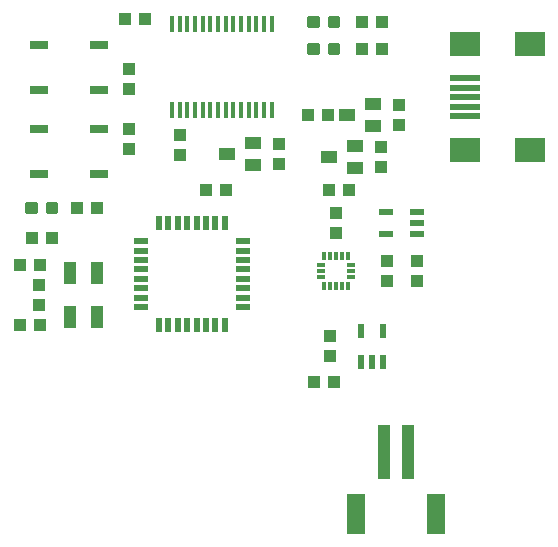
<source format=gtp>
G75*
%MOIN*%
%OFA0B0*%
%FSLAX24Y24*%
%IPPOS*%
%LPD*%
%AMOC8*
5,1,8,0,0,1.08239X$1,22.5*
%
%ADD10R,0.0500X0.0220*%
%ADD11R,0.0220X0.0500*%
%ADD12R,0.0315X0.0118*%
%ADD13R,0.0118X0.0315*%
%ADD14R,0.0394X0.0433*%
%ADD15R,0.0433X0.0394*%
%ADD16R,0.0600X0.0300*%
%ADD17C,0.0118*%
%ADD18R,0.0433X0.0748*%
%ADD19R,0.0551X0.0394*%
%ADD20R,0.0472X0.0217*%
%ADD21R,0.0217X0.0472*%
%ADD22R,0.0394X0.1811*%
%ADD23R,0.0630X0.1339*%
%ADD24R,0.0984X0.0197*%
%ADD25R,0.0984X0.0787*%
%ADD26R,0.0137X0.0550*%
D10*
X005910Y008498D03*
X005910Y008813D03*
X005910Y009128D03*
X005910Y009443D03*
X005910Y009757D03*
X005910Y010072D03*
X005910Y010387D03*
X005910Y010702D03*
X009290Y010702D03*
X009290Y010387D03*
X009290Y010072D03*
X009290Y009757D03*
X009290Y009443D03*
X009290Y009128D03*
X009290Y008813D03*
X009290Y008498D03*
D11*
X008702Y007910D03*
X008387Y007910D03*
X008072Y007910D03*
X007757Y007910D03*
X007443Y007910D03*
X007128Y007910D03*
X006813Y007910D03*
X006498Y007910D03*
X006498Y011290D03*
X006813Y011290D03*
X007128Y011290D03*
X007443Y011290D03*
X007757Y011290D03*
X008072Y011290D03*
X008387Y011290D03*
X008702Y011290D03*
D12*
X011898Y009897D03*
X011898Y009700D03*
X011898Y009503D03*
X012902Y009503D03*
X012902Y009700D03*
X012902Y009897D03*
D13*
X012794Y010202D03*
X012597Y010202D03*
X012400Y010202D03*
X012203Y010202D03*
X012006Y010202D03*
X012006Y009198D03*
X012203Y009198D03*
X012400Y009198D03*
X012597Y009198D03*
X012794Y009198D03*
D14*
X014100Y009365D03*
X014100Y010035D03*
X015100Y010035D03*
X015100Y009365D03*
X012400Y010965D03*
X012400Y011635D03*
X013900Y013165D03*
X013900Y013835D03*
X014500Y014565D03*
X014500Y015235D03*
X010500Y013935D03*
X010500Y013265D03*
X007200Y013565D03*
X007200Y014235D03*
X005500Y014435D03*
X005500Y013765D03*
X005500Y015765D03*
X005500Y016435D03*
X002500Y009235D03*
X002500Y008565D03*
X012200Y007535D03*
X012200Y006865D03*
D15*
X001865Y007900D03*
X002535Y007900D03*
X002535Y009900D03*
X001865Y009900D03*
X002265Y010800D03*
X002935Y010800D03*
X003765Y011800D03*
X004435Y011800D03*
X008065Y012400D03*
X008735Y012400D03*
X011465Y014900D03*
X012135Y014900D03*
X013265Y017100D03*
X013935Y017100D03*
X013935Y018000D03*
X013265Y018000D03*
X012835Y012400D03*
X012165Y012400D03*
X006035Y018100D03*
X005365Y018100D03*
X011665Y006000D03*
X012335Y006000D03*
D16*
X004500Y012950D03*
X004500Y014450D03*
X004500Y015750D03*
X004500Y017250D03*
X002500Y017250D03*
X002500Y015750D03*
X002500Y014450D03*
X002500Y012950D03*
D17*
X002393Y011938D02*
X002393Y011662D01*
X002117Y011662D01*
X002117Y011938D01*
X002393Y011938D01*
X002393Y011779D02*
X002117Y011779D01*
X002117Y011896D02*
X002393Y011896D01*
X003083Y011938D02*
X003083Y011662D01*
X002807Y011662D01*
X002807Y011938D01*
X003083Y011938D01*
X003083Y011779D02*
X002807Y011779D01*
X002807Y011896D02*
X003083Y011896D01*
X011793Y016962D02*
X011793Y017238D01*
X011793Y016962D02*
X011517Y016962D01*
X011517Y017238D01*
X011793Y017238D01*
X011793Y017079D02*
X011517Y017079D01*
X011517Y017196D02*
X011793Y017196D01*
X012483Y017238D02*
X012483Y016962D01*
X012207Y016962D01*
X012207Y017238D01*
X012483Y017238D01*
X012483Y017079D02*
X012207Y017079D01*
X012207Y017196D02*
X012483Y017196D01*
X012483Y017862D02*
X012483Y018138D01*
X012483Y017862D02*
X012207Y017862D01*
X012207Y018138D01*
X012483Y018138D01*
X012483Y017979D02*
X012207Y017979D01*
X012207Y018096D02*
X012483Y018096D01*
X011793Y018138D02*
X011793Y017862D01*
X011517Y017862D01*
X011517Y018138D01*
X011793Y018138D01*
X011793Y017979D02*
X011517Y017979D01*
X011517Y018096D02*
X011793Y018096D01*
D18*
X004453Y009628D03*
X003547Y009628D03*
X003547Y008172D03*
X004453Y008172D03*
D19*
X009633Y013226D03*
X009633Y013974D03*
X008767Y013600D03*
X012167Y013500D03*
X013033Y013126D03*
X013033Y013874D03*
X013633Y014526D03*
X013633Y015274D03*
X012767Y014900D03*
D20*
X014088Y011674D03*
X014088Y010926D03*
X015112Y010926D03*
X015112Y011300D03*
X015112Y011674D03*
D21*
X013974Y007712D03*
X013226Y007712D03*
X013226Y006688D03*
X013600Y006688D03*
X013974Y006688D03*
D22*
X014006Y003657D03*
X014794Y003657D03*
D23*
X015739Y001609D03*
X013061Y001609D03*
D24*
X016716Y014870D03*
X016716Y015185D03*
X016716Y015500D03*
X016716Y015815D03*
X016716Y016130D03*
D25*
X016716Y017272D03*
X018881Y017272D03*
X018881Y013728D03*
X016716Y013728D03*
D26*
X010263Y015061D03*
X010007Y015061D03*
X009752Y015061D03*
X009496Y015061D03*
X009240Y015061D03*
X008984Y015061D03*
X008728Y015061D03*
X008472Y015061D03*
X008216Y015061D03*
X007960Y015061D03*
X007704Y015061D03*
X007448Y015061D03*
X007193Y015061D03*
X006937Y015061D03*
X006937Y017939D03*
X007193Y017939D03*
X007448Y017939D03*
X007704Y017939D03*
X007960Y017939D03*
X008216Y017939D03*
X008472Y017939D03*
X008728Y017939D03*
X008984Y017939D03*
X009240Y017939D03*
X009496Y017939D03*
X009752Y017939D03*
X010007Y017939D03*
X010263Y017939D03*
M02*

</source>
